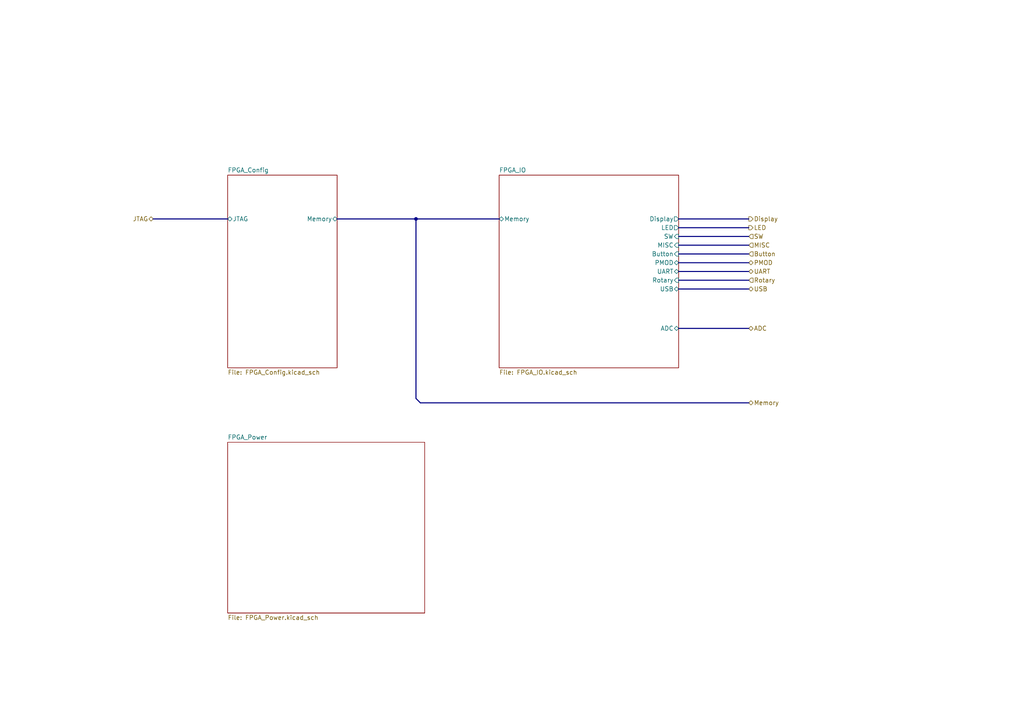
<source format=kicad_sch>
(kicad_sch
	(version 20250114)
	(generator "eeschema")
	(generator_version "9.0")
	(uuid "b7d518e1-0b29-4aa9-883a-07ac20a30e43")
	(paper "A4")
	(lib_symbols)
	(junction
		(at 120.65 63.5)
		(diameter 0)
		(color 0 0 0 0)
		(uuid "a496678c-dba5-4cd1-a8f5-e84ad99ab702")
	)
	(bus
		(pts
			(xy 97.79 63.5) (xy 120.65 63.5)
		)
		(stroke
			(width 0)
			(type default)
		)
		(uuid "07444373-ecac-4c8a-8958-91508f2a0524")
	)
	(bus
		(pts
			(xy 120.65 115.57) (xy 121.92 116.84)
		)
		(stroke
			(width 0)
			(type default)
		)
		(uuid "08022b90-a195-4ffc-830e-2068c078b9eb")
	)
	(bus
		(pts
			(xy 217.17 63.5) (xy 196.85 63.5)
		)
		(stroke
			(width 0)
			(type default)
		)
		(uuid "1bfa5397-ca95-4163-b680-a68da2c39ed6")
	)
	(bus
		(pts
			(xy 196.85 83.82) (xy 217.17 83.82)
		)
		(stroke
			(width 0)
			(type default)
		)
		(uuid "48f0555e-de28-4036-a0b0-ca2c48539e3c")
	)
	(bus
		(pts
			(xy 44.45 63.5) (xy 66.04 63.5)
		)
		(stroke
			(width 0)
			(type default)
		)
		(uuid "595eb8cb-e0bb-4d1a-a2d7-2706a23db306")
	)
	(bus
		(pts
			(xy 121.92 116.84) (xy 217.17 116.84)
		)
		(stroke
			(width 0)
			(type default)
		)
		(uuid "992d4649-aa50-4b05-ac81-cd4efff24ec1")
	)
	(bus
		(pts
			(xy 217.17 68.58) (xy 196.85 68.58)
		)
		(stroke
			(width 0)
			(type default)
		)
		(uuid "9eebe17d-8149-4a01-baa5-eb76ab27b6bf")
	)
	(bus
		(pts
			(xy 196.85 81.28) (xy 217.17 81.28)
		)
		(stroke
			(width 0)
			(type default)
		)
		(uuid "a802e815-526a-4203-a4ab-b030fb0bb4fd")
	)
	(bus
		(pts
			(xy 217.17 73.66) (xy 196.85 73.66)
		)
		(stroke
			(width 0)
			(type default)
		)
		(uuid "bf521759-e429-40f5-98b8-482eb1e2490c")
	)
	(bus
		(pts
			(xy 120.65 63.5) (xy 144.78 63.5)
		)
		(stroke
			(width 0)
			(type default)
		)
		(uuid "c27008bf-58ee-4f81-b7d7-fc2b7e2282c7")
	)
	(bus
		(pts
			(xy 217.17 76.2) (xy 196.85 76.2)
		)
		(stroke
			(width 0)
			(type default)
		)
		(uuid "d6c3f420-811f-401c-b002-5e207a4880af")
	)
	(bus
		(pts
			(xy 217.17 66.04) (xy 196.85 66.04)
		)
		(stroke
			(width 0)
			(type default)
		)
		(uuid "e3b6b06a-1ade-4056-b0f1-fba23bc5b280")
	)
	(bus
		(pts
			(xy 120.65 63.5) (xy 120.65 115.57)
		)
		(stroke
			(width 0)
			(type default)
		)
		(uuid "e628c875-c36b-443d-85e2-bacaf7bd9fb6")
	)
	(bus
		(pts
			(xy 196.85 78.74) (xy 217.17 78.74)
		)
		(stroke
			(width 0)
			(type default)
		)
		(uuid "f0773db8-8a85-42fe-9da2-63abc4860100")
	)
	(bus
		(pts
			(xy 217.17 71.12) (xy 196.85 71.12)
		)
		(stroke
			(width 0)
			(type default)
		)
		(uuid "fbc36a76-5c17-48a6-9950-33c2246df90d")
	)
	(bus
		(pts
			(xy 196.85 95.25) (xy 217.17 95.25)
		)
		(stroke
			(width 0)
			(type default)
		)
		(uuid "fc6ff440-108a-4a7f-bc29-785ab2e9f0e2")
	)
	(hierarchical_label "USB"
		(shape bidirectional)
		(at 217.17 83.82 0)
		(effects
			(font
				(size 1.27 1.27)
			)
			(justify left)
		)
		(uuid "08a24a0a-8190-448b-9752-25001bdbe44f")
	)
	(hierarchical_label "JTAG"
		(shape bidirectional)
		(at 44.45 63.5 180)
		(effects
			(font
				(size 1.27 1.27)
			)
			(justify right)
		)
		(uuid "0ed427d0-f5da-47ed-a9f8-c51dbde387a9")
	)
	(hierarchical_label "ADC"
		(shape bidirectional)
		(at 217.17 95.25 0)
		(effects
			(font
				(size 1.27 1.27)
			)
			(justify left)
		)
		(uuid "217a28b3-d819-4dc2-83ab-e8061167cf50")
	)
	(hierarchical_label "Button"
		(shape input)
		(at 217.17 73.66 0)
		(effects
			(font
				(size 1.27 1.27)
			)
			(justify left)
		)
		(uuid "382e77a0-1826-4fed-a9bd-ad096a7aa1e5")
	)
	(hierarchical_label "Display"
		(shape output)
		(at 217.17 63.5 0)
		(effects
			(font
				(size 1.27 1.27)
			)
			(justify left)
		)
		(uuid "63a9b638-4258-40a9-b1af-05ca97a95f7f")
	)
	(hierarchical_label "PMOD"
		(shape bidirectional)
		(at 217.17 76.2 0)
		(effects
			(font
				(size 1.27 1.27)
			)
			(justify left)
		)
		(uuid "9856f0fa-3db0-490b-a4c0-3d780063aa2b")
	)
	(hierarchical_label "Memory"
		(shape bidirectional)
		(at 217.17 116.84 0)
		(effects
			(font
				(size 1.27 1.27)
			)
			(justify left)
		)
		(uuid "a444ded5-54e4-46d6-9aeb-1714093f923e")
	)
	(hierarchical_label "MISC"
		(shape input)
		(at 217.17 71.12 0)
		(effects
			(font
				(size 1.27 1.27)
			)
			(justify left)
		)
		(uuid "c0a82afc-1ae4-4e62-a3aa-b1d4b78f648a")
	)
	(hierarchical_label "SW"
		(shape input)
		(at 217.17 68.58 0)
		(effects
			(font
				(size 1.27 1.27)
			)
			(justify left)
		)
		(uuid "ccc469e1-c5d0-4eca-8899-7d107ee6a689")
	)
	(hierarchical_label "Rotary"
		(shape input)
		(at 217.17 81.28 0)
		(effects
			(font
				(size 1.27 1.27)
			)
			(justify left)
		)
		(uuid "cdf8a3e1-910b-4b4a-8e43-53c39bd9c9f0")
	)
	(hierarchical_label "LED"
		(shape output)
		(at 217.17 66.04 0)
		(effects
			(font
				(size 1.27 1.27)
			)
			(justify left)
		)
		(uuid "de46d7df-70a3-4547-9d74-e15ef0f4741f")
	)
	(hierarchical_label "UART"
		(shape bidirectional)
		(at 217.17 78.74 0)
		(effects
			(font
				(size 1.27 1.27)
			)
			(justify left)
		)
		(uuid "fa971ca6-fe92-49c6-a675-11b11666a189")
	)
	(sheet
		(at 66.04 50.8)
		(size 31.75 55.88)
		(exclude_from_sim no)
		(in_bom yes)
		(on_board yes)
		(dnp no)
		(fields_autoplaced yes)
		(stroke
			(width 0.1524)
			(type solid)
		)
		(fill
			(color 0 0 0 0.0000)
		)
		(uuid "06269bbb-501f-494d-abbd-5b6960893b1f")
		(property "Sheetname" "FPGA_Config"
			(at 66.04 50.0884 0)
			(effects
				(font
					(size 1.27 1.27)
				)
				(justify left bottom)
			)
		)
		(property "Sheetfile" "FPGA_Config.kicad_sch"
			(at 66.04 107.2646 0)
			(effects
				(font
					(size 1.27 1.27)
				)
				(justify left top)
			)
		)
		(pin "JTAG" bidirectional
			(at 66.04 63.5 180)
			(uuid "b26b445f-44ef-45d1-a19a-e75bec4717c8")
			(effects
				(font
					(size 1.27 1.27)
				)
				(justify left)
			)
		)
		(pin "Memory" bidirectional
			(at 97.79 63.5 0)
			(uuid "33c66b0b-a090-4d58-b71d-863dd242d911")
			(effects
				(font
					(size 1.27 1.27)
				)
				(justify right)
			)
		)
		(instances
			(project "FPGA-Devel"
				(path "/514220ac-dc4f-4c87-8659-0dec0ea0336d/976856ea-959b-4c07-aad7-358fbef1a1a7"
					(page "5")
				)
			)
		)
	)
	(sheet
		(at 144.78 50.8)
		(size 52.07 55.88)
		(exclude_from_sim no)
		(in_bom yes)
		(on_board yes)
		(dnp no)
		(fields_autoplaced yes)
		(stroke
			(width 0.1524)
			(type solid)
		)
		(fill
			(color 0 0 0 0.0000)
		)
		(uuid "58207613-8a41-40b1-91c5-fceb3f8a5814")
		(property "Sheetname" "FPGA_IO"
			(at 144.78 50.0884 0)
			(effects
				(font
					(size 1.27 1.27)
				)
				(justify left bottom)
			)
		)
		(property "Sheetfile" "FPGA_IO.kicad_sch"
			(at 144.78 107.2646 0)
			(effects
				(font
					(size 1.27 1.27)
				)
				(justify left top)
			)
		)
		(pin "MISC" input
			(at 196.85 71.12 0)
			(uuid "9700cb1d-4b6b-4fe6-88b2-ff3fb4812c95")
			(effects
				(font
					(size 1.27 1.27)
				)
				(justify right)
			)
		)
		(pin "Button" input
			(at 196.85 73.66 0)
			(uuid "6e4f1c0c-2e52-481a-b2bd-16c7c697fc44")
			(effects
				(font
					(size 1.27 1.27)
				)
				(justify right)
			)
		)
		(pin "PMOD" bidirectional
			(at 196.85 76.2 0)
			(uuid "e9a8508b-b425-4712-94fe-af03031fc931")
			(effects
				(font
					(size 1.27 1.27)
				)
				(justify right)
			)
		)
		(pin "SW" input
			(at 196.85 68.58 0)
			(uuid "40f12a18-8a80-44e4-ac13-407421ee77de")
			(effects
				(font
					(size 1.27 1.27)
				)
				(justify right)
			)
		)
		(pin "LED" output
			(at 196.85 66.04 0)
			(uuid "eaf2ce00-040d-4a7c-959c-abefe516b1e2")
			(effects
				(font
					(size 1.27 1.27)
				)
				(justify right)
			)
		)
		(pin "Display" output
			(at 196.85 63.5 0)
			(uuid "c78522a9-f06f-4e51-9608-f06323a6ca31")
			(effects
				(font
					(size 1.27 1.27)
				)
				(justify right)
			)
		)
		(pin "UART" bidirectional
			(at 196.85 78.74 0)
			(uuid "834e2cff-b401-4960-801c-d549e9ed5736")
			(effects
				(font
					(size 1.27 1.27)
				)
				(justify right)
			)
		)
		(pin "Rotary" input
			(at 196.85 81.28 0)
			(uuid "aee8dc70-f958-4aab-b495-d89d671c976a")
			(effects
				(font
					(size 1.27 1.27)
				)
				(justify right)
			)
		)
		(pin "ADC" bidirectional
			(at 196.85 95.25 0)
			(uuid "fbf8eb4a-f095-4db9-be3a-b2fb4ffc3a64")
			(effects
				(font
					(size 1.27 1.27)
				)
				(justify right)
			)
		)
		(pin "USB" bidirectional
			(at 196.85 83.82 0)
			(uuid "8f4c73cd-6203-4784-8bc8-1418ac878e4b")
			(effects
				(font
					(size 1.27 1.27)
				)
				(justify right)
			)
		)
		(pin "Memory" bidirectional
			(at 144.78 63.5 180)
			(uuid "a3b7f2cd-97bd-4e98-be1c-0d4a036ef168")
			(effects
				(font
					(size 1.27 1.27)
				)
				(justify left)
			)
		)
		(instances
			(project "FPGA-Devel"
				(path "/514220ac-dc4f-4c87-8659-0dec0ea0336d/976856ea-959b-4c07-aad7-358fbef1a1a7"
					(page "6")
				)
			)
		)
	)
	(sheet
		(at 66.04 128.27)
		(size 57.15 49.53)
		(exclude_from_sim no)
		(in_bom yes)
		(on_board yes)
		(dnp no)
		(fields_autoplaced yes)
		(stroke
			(width 0.1524)
			(type solid)
		)
		(fill
			(color 0 0 0 0.0000)
		)
		(uuid "e4c274ea-b916-442a-b1f9-7e8d1f235b1c")
		(property "Sheetname" "FPGA_Power"
			(at 66.04 127.5584 0)
			(effects
				(font
					(size 1.27 1.27)
				)
				(justify left bottom)
			)
		)
		(property "Sheetfile" "FPGA_Power.kicad_sch"
			(at 66.04 178.3846 0)
			(effects
				(font
					(size 1.27 1.27)
				)
				(justify left top)
			)
		)
		(instances
			(project "FPGA-Devel"
				(path "/514220ac-dc4f-4c87-8659-0dec0ea0336d/976856ea-959b-4c07-aad7-358fbef1a1a7"
					(page "7")
				)
			)
		)
	)
)

</source>
